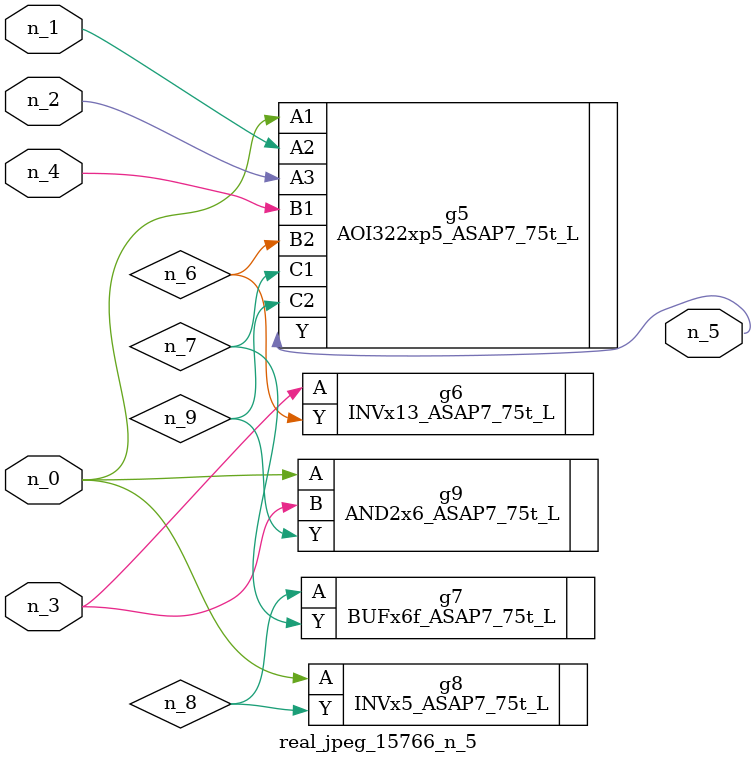
<source format=v>
module real_jpeg_15766_n_5 (n_4, n_0, n_1, n_2, n_3, n_5);

input n_4;
input n_0;
input n_1;
input n_2;
input n_3;

output n_5;

wire n_8;
wire n_6;
wire n_7;
wire n_9;

AOI322xp5_ASAP7_75t_L g5 ( 
.A1(n_0),
.A2(n_1),
.A3(n_2),
.B1(n_4),
.B2(n_6),
.C1(n_7),
.C2(n_9),
.Y(n_5)
);

INVx5_ASAP7_75t_L g8 ( 
.A(n_0),
.Y(n_8)
);

AND2x6_ASAP7_75t_L g9 ( 
.A(n_0),
.B(n_3),
.Y(n_9)
);

INVx13_ASAP7_75t_L g6 ( 
.A(n_3),
.Y(n_6)
);

BUFx6f_ASAP7_75t_L g7 ( 
.A(n_8),
.Y(n_7)
);


endmodule
</source>
